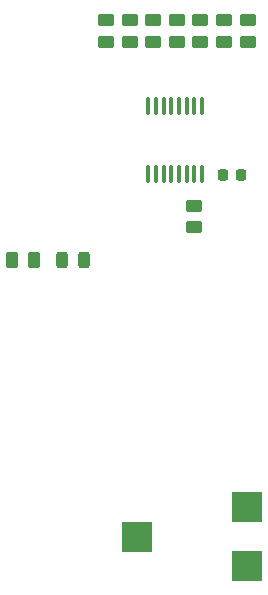
<source format=gbr>
%TF.GenerationSoftware,KiCad,Pcbnew,(7.0.0)*%
%TF.CreationDate,2023-06-01T01:21:08-06:00*%
%TF.ProjectId,FinalProject,46696e61-6c50-4726-9f6a-6563742e6b69,rev?*%
%TF.SameCoordinates,Original*%
%TF.FileFunction,Paste,Top*%
%TF.FilePolarity,Positive*%
%FSLAX46Y46*%
G04 Gerber Fmt 4.6, Leading zero omitted, Abs format (unit mm)*
G04 Created by KiCad (PCBNEW (7.0.0)) date 2023-06-01 01:21:08*
%MOMM*%
%LPD*%
G01*
G04 APERTURE LIST*
G04 Aperture macros list*
%AMRoundRect*
0 Rectangle with rounded corners*
0 $1 Rounding radius*
0 $2 $3 $4 $5 $6 $7 $8 $9 X,Y pos of 4 corners*
0 Add a 4 corners polygon primitive as box body*
4,1,4,$2,$3,$4,$5,$6,$7,$8,$9,$2,$3,0*
0 Add four circle primitives for the rounded corners*
1,1,$1+$1,$2,$3*
1,1,$1+$1,$4,$5*
1,1,$1+$1,$6,$7*
1,1,$1+$1,$8,$9*
0 Add four rect primitives between the rounded corners*
20,1,$1+$1,$2,$3,$4,$5,0*
20,1,$1+$1,$4,$5,$6,$7,0*
20,1,$1+$1,$6,$7,$8,$9,0*
20,1,$1+$1,$8,$9,$2,$3,0*%
G04 Aperture macros list end*
%ADD10RoundRect,0.250000X0.450000X-0.262500X0.450000X0.262500X-0.450000X0.262500X-0.450000X-0.262500X0*%
%ADD11RoundRect,0.250000X-0.450000X0.262500X-0.450000X-0.262500X0.450000X-0.262500X0.450000X0.262500X0*%
%ADD12RoundRect,0.225000X-0.225000X-0.250000X0.225000X-0.250000X0.225000X0.250000X-0.225000X0.250000X0*%
%ADD13RoundRect,0.100000X-0.100000X0.637500X-0.100000X-0.637500X0.100000X-0.637500X0.100000X0.637500X0*%
%ADD14RoundRect,0.250000X0.262500X0.450000X-0.262500X0.450000X-0.262500X-0.450000X0.262500X-0.450000X0*%
%ADD15RoundRect,0.243750X0.243750X0.456250X-0.243750X0.456250X-0.243750X-0.456250X0.243750X-0.456250X0*%
%ADD16R,2.500000X2.500000*%
G04 APERTURE END LIST*
D10*
%TO.C,R7*%
X143200000Y-56112500D03*
X143200000Y-54287500D03*
%TD*%
D11*
%TO.C,R1*%
X148700000Y-69987500D03*
X148700000Y-71812500D03*
%TD*%
D10*
%TO.C,R5*%
X147200000Y-56112500D03*
X147200000Y-54287500D03*
%TD*%
%TO.C,R2*%
X153200000Y-56112500D03*
X153200000Y-54287500D03*
%TD*%
%TO.C,R3*%
X151200000Y-56112500D03*
X151200000Y-54287500D03*
%TD*%
D12*
%TO.C,C1*%
X151125000Y-67400000D03*
X152675000Y-67400000D03*
%TD*%
D13*
%TO.C,U2*%
X149350000Y-61575000D03*
X148700000Y-61575000D03*
X148050000Y-61575000D03*
X147400000Y-61575000D03*
X146750000Y-61575000D03*
X146100000Y-61575000D03*
X145450000Y-61575000D03*
X144800000Y-61575000D03*
X144800000Y-67300000D03*
X145450000Y-67300000D03*
X146100000Y-67300000D03*
X146750000Y-67300000D03*
X147400000Y-67300000D03*
X148050000Y-67300000D03*
X148700000Y-67300000D03*
X149350000Y-67300000D03*
%TD*%
D10*
%TO.C,R8*%
X141200000Y-56112500D03*
X141200000Y-54287500D03*
%TD*%
D14*
%TO.C,R10*%
X135112500Y-74600000D03*
X133287500Y-74600000D03*
%TD*%
D10*
%TO.C,R4*%
X149200000Y-56112500D03*
X149200000Y-54287500D03*
%TD*%
D15*
%TO.C,D1*%
X139337500Y-74600000D03*
X137462500Y-74600000D03*
%TD*%
D16*
%TO.C,RV1*%
X153124999Y-95499999D03*
X143874999Y-97999999D03*
X153124999Y-100499999D03*
%TD*%
D10*
%TO.C,R6*%
X145200000Y-56112500D03*
X145200000Y-54287500D03*
%TD*%
M02*

</source>
